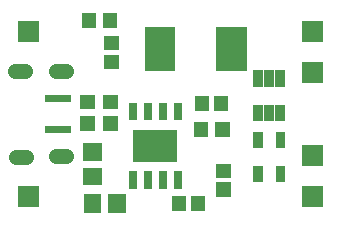
<source format=gts>
G04 Layer: TopSolderMaskLayer*
G04 EasyEDA v6.4.7, 2020-12-07T01:06:49--5:00*
G04 5e8349f5503448508ce6795c89dbbb90,9f54a757970e4a3cb0a7e8d24ad546a0,10*
G04 Gerber Generator version 0.2*
G04 Scale: 100 percent, Rotated: No, Reflected: No *
G04 Dimensions in millimeters *
G04 leading zeros omitted , absolute positions ,3 integer and 3 decimal *
%FSLAX33Y33*%
%MOMM*%
G90*
D02*

%ADD33C,1.253211*%

%LPD*%
G54D33*
G01X1676Y12641D02*
G01X876Y12641D01*
G01X5126Y5481D02*
G01X4326Y5481D01*
G01X1726Y5361D02*
G01X926Y5361D01*
G01X5126Y12641D02*
G01X4326Y12641D01*
G36*
G01X15697Y748D02*
G01X15697Y2053D01*
G01X16901Y2053D01*
G01X16901Y748D01*
G01X15697Y748D01*
G37*
G36*
G01X14097Y748D02*
G01X14097Y2053D01*
G01X15300Y2053D01*
G01X15300Y748D01*
G01X14097Y748D01*
G37*
G36*
G01X6647Y598D02*
G01X6647Y2201D01*
G01X8150Y2201D01*
G01X8150Y598D01*
G01X6647Y598D01*
G37*
G36*
G01X8747Y598D02*
G01X8747Y2201D01*
G01X10251Y2201D01*
G01X10251Y598D01*
G01X8747Y598D01*
G37*
G36*
G01X17848Y1997D02*
G01X17848Y3201D01*
G01X19151Y3201D01*
G01X19151Y1997D01*
G01X17848Y1997D01*
G37*
G36*
G01X17848Y3598D02*
G01X17848Y4802D01*
G01X19151Y4802D01*
G01X19151Y3598D01*
G01X17848Y3598D01*
G37*
G36*
G01X21018Y6100D02*
G01X21018Y7502D01*
G01X21821Y7502D01*
G01X21821Y6100D01*
G01X21018Y6100D01*
G37*
G36*
G01X22898Y6100D02*
G01X22898Y7502D01*
G01X23700Y7502D01*
G01X23700Y6100D01*
G01X22898Y6100D01*
G37*
G36*
G01X21018Y3204D02*
G01X21018Y4606D01*
G01X21821Y4606D01*
G01X21821Y3204D01*
G01X21018Y3204D01*
G37*
G36*
G01X22898Y3204D02*
G01X22898Y4606D01*
G01X23700Y4606D01*
G01X23700Y3204D01*
G01X22898Y3204D01*
G37*
G36*
G01X11823Y12648D02*
G01X11823Y16351D01*
G01X14376Y16351D01*
G01X14376Y12648D01*
G01X11823Y12648D01*
G37*
G36*
G01X17894Y12648D02*
G01X17894Y16351D01*
G01X20447Y16351D01*
G01X20447Y12648D01*
G01X17894Y12648D01*
G37*
G36*
G01X21008Y11294D02*
G01X21008Y12696D01*
G01X21810Y12696D01*
G01X21810Y11294D01*
G01X21008Y11294D01*
G37*
G36*
G01X21948Y11294D02*
G01X21948Y12696D01*
G01X22750Y12696D01*
G01X22750Y11294D01*
G01X21948Y11294D01*
G37*
G36*
G01X22887Y11294D02*
G01X22887Y12696D01*
G01X23690Y12696D01*
G01X23690Y11294D01*
G01X22887Y11294D01*
G37*
G36*
G01X21008Y8398D02*
G01X21008Y9800D01*
G01X21810Y9800D01*
G01X21810Y8398D01*
G01X21008Y8398D01*
G37*
G36*
G01X21948Y8398D02*
G01X21948Y9800D01*
G01X22750Y9800D01*
G01X22750Y8398D01*
G01X21948Y8398D01*
G37*
G36*
G01X22887Y8398D02*
G01X22887Y9800D01*
G01X23690Y9800D01*
G01X23690Y8398D01*
G01X22887Y8398D01*
G37*
G36*
G01X6598Y2947D02*
G01X6598Y4451D01*
G01X8201Y4451D01*
G01X8201Y2947D01*
G01X6598Y2947D01*
G37*
G36*
G01X6598Y5048D02*
G01X6598Y6552D01*
G01X8201Y6552D01*
G01X8201Y5048D01*
G01X6598Y5048D01*
G37*
G36*
G01X10454Y2640D02*
G01X10454Y4144D01*
G01X11137Y4144D01*
G01X11137Y2640D01*
G01X10454Y2640D01*
G37*
G36*
G01X11724Y2640D02*
G01X11724Y4144D01*
G01X12407Y4144D01*
G01X12407Y2640D01*
G01X11724Y2640D01*
G37*
G36*
G01X12994Y2640D02*
G01X12994Y4144D01*
G01X13677Y4144D01*
G01X13677Y2640D01*
G01X12994Y2640D01*
G37*
G36*
G01X14264Y2640D02*
G01X14264Y4144D01*
G01X14947Y4144D01*
G01X14947Y2640D01*
G01X14264Y2640D01*
G37*
G36*
G01X14264Y8457D02*
G01X14264Y9960D01*
G01X14947Y9960D01*
G01X14947Y8457D01*
G01X14264Y8457D01*
G37*
G36*
G01X12994Y8457D02*
G01X12994Y9960D01*
G01X13677Y9960D01*
G01X13677Y8457D01*
G01X12994Y8457D01*
G37*
G36*
G01X11724Y8457D02*
G01X11724Y9960D01*
G01X12407Y9960D01*
G01X12407Y8457D01*
G01X11724Y8457D01*
G37*
G36*
G01X10454Y8457D02*
G01X10454Y9960D01*
G01X11137Y9960D01*
G01X11137Y8457D01*
G01X10454Y8457D01*
G37*
G36*
G01X10848Y4949D02*
G01X10848Y7652D01*
G01X14551Y7652D01*
G01X14551Y4949D01*
G01X10848Y4949D01*
G37*
G36*
G01X25097Y11599D02*
G01X25097Y13402D01*
G01X26901Y13402D01*
G01X26901Y11599D01*
G01X25097Y11599D01*
G37*
G36*
G01X25097Y15099D02*
G01X25097Y16902D01*
G01X26901Y16902D01*
G01X26901Y15099D01*
G01X25097Y15099D01*
G37*
G36*
G01X25097Y4598D02*
G01X25097Y6402D01*
G01X26901Y6402D01*
G01X26901Y4598D01*
G01X25097Y4598D01*
G37*
G36*
G01X25097Y1098D02*
G01X25097Y2902D01*
G01X26901Y2902D01*
G01X26901Y1098D01*
G01X25097Y1098D01*
G37*
G36*
G01X8348Y12798D02*
G01X8348Y14002D01*
G01X9652Y14002D01*
G01X9652Y12798D01*
G01X8348Y12798D01*
G37*
G36*
G01X8348Y14398D02*
G01X8348Y15602D01*
G01X9652Y15602D01*
G01X9652Y14398D01*
G01X8348Y14398D01*
G37*
G36*
G01X17698Y9247D02*
G01X17698Y10552D01*
G01X18902Y10552D01*
G01X18902Y9247D01*
G01X17698Y9247D01*
G37*
G36*
G01X16098Y9247D02*
G01X16098Y10552D01*
G01X17302Y10552D01*
G01X17302Y9247D01*
G01X16098Y9247D01*
G37*
G36*
G01X8247Y7598D02*
G01X8247Y8802D01*
G01X9550Y8802D01*
G01X9550Y7598D01*
G01X8247Y7598D01*
G37*
G36*
G01X8247Y9399D02*
G01X8247Y10600D01*
G01X9550Y10600D01*
G01X9550Y9399D01*
G01X8247Y9399D01*
G37*
G36*
G01X17797Y7047D02*
G01X17797Y8350D01*
G01X19001Y8350D01*
G01X19001Y7047D01*
G01X17797Y7047D01*
G37*
G36*
G01X15999Y7047D02*
G01X15999Y8350D01*
G01X17200Y8350D01*
G01X17200Y7047D01*
G01X15999Y7047D01*
G37*
G36*
G01X6347Y7598D02*
G01X6347Y8802D01*
G01X7650Y8802D01*
G01X7650Y7598D01*
G01X6347Y7598D01*
G37*
G36*
G01X6347Y9399D02*
G01X6347Y10600D01*
G01X7650Y10600D01*
G01X7650Y9399D01*
G01X6347Y9399D01*
G37*
G36*
G01X6497Y16247D02*
G01X6497Y17550D01*
G01X7701Y17550D01*
G01X7701Y16247D01*
G01X6497Y16247D01*
G37*
G36*
G01X8298Y16247D02*
G01X8298Y17550D01*
G01X9502Y17550D01*
G01X9502Y16247D01*
G01X8298Y16247D01*
G37*
G36*
G01X1097Y15099D02*
G01X1097Y16902D01*
G01X2900Y16902D01*
G01X2900Y15099D01*
G01X1097Y15099D01*
G37*
G36*
G01X1097Y1098D02*
G01X1097Y2902D01*
G01X2900Y2902D01*
G01X2900Y1098D01*
G01X1097Y1098D01*
G37*
G36*
G01X3401Y9998D02*
G01X3401Y10603D01*
G01X5603Y10603D01*
G01X5603Y9998D01*
G01X3401Y9998D01*
G37*
G36*
G01X3401Y7400D02*
G01X3401Y8002D01*
G01X5603Y8002D01*
G01X5603Y7400D01*
G01X3401Y7400D01*
G37*
M00*
M02*

</source>
